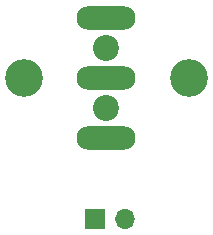
<source format=gbr>
%TF.GenerationSoftware,KiCad,Pcbnew,8.0.8*%
%TF.CreationDate,2025-04-01T17:59:15+02:00*%
%TF.ProjectId,biuzzcharge,6269757a-7a63-4686-9172-67652e6b6963,rev?*%
%TF.SameCoordinates,Original*%
%TF.FileFunction,Soldermask,Bot*%
%TF.FilePolarity,Negative*%
%FSLAX46Y46*%
G04 Gerber Fmt 4.6, Leading zero omitted, Abs format (unit mm)*
G04 Created by KiCad (PCBNEW 8.0.8) date 2025-04-01 17:59:15*
%MOMM*%
%LPD*%
G01*
G04 APERTURE LIST*
%ADD10C,3.200000*%
%ADD11O,5.000000X2.000000*%
%ADD12C,2.200000*%
%ADD13R,1.700000X1.700000*%
%ADD14O,1.700000X1.700000*%
G04 APERTURE END LIST*
D10*
%TO.C,H2*%
X103000000Y-94000000D03*
%TD*%
%TO.C,H1*%
X117000000Y-94000000D03*
%TD*%
D11*
%TO.C,J2*%
X109982000Y-88920000D03*
X109982000Y-94000000D03*
X109982000Y-99080000D03*
D12*
X109982000Y-91460000D03*
X109982000Y-96540000D03*
%TD*%
D13*
%TO.C,J1*%
X109000000Y-106000000D03*
D14*
X111540000Y-106000000D03*
%TD*%
M02*

</source>
